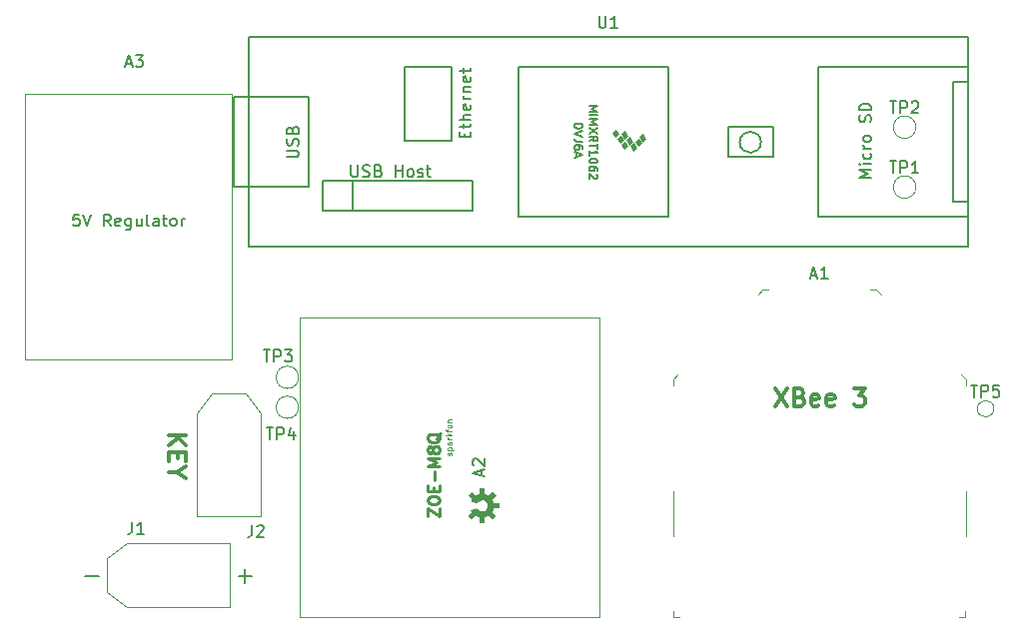
<source format=gto>
%TF.GenerationSoftware,KiCad,Pcbnew,(5.1.9)-1*%
%TF.CreationDate,2021-12-11T14:55:59-08:00*%
%TF.ProjectId,GPS_Board,4750535f-426f-4617-9264-2e6b69636164,rev?*%
%TF.SameCoordinates,Original*%
%TF.FileFunction,Legend,Top*%
%TF.FilePolarity,Positive*%
%FSLAX46Y46*%
G04 Gerber Fmt 4.6, Leading zero omitted, Abs format (unit mm)*
G04 Created by KiCad (PCBNEW (5.1.9)-1) date 2021-12-11 14:55:59*
%MOMM*%
%LPD*%
G01*
G04 APERTURE LIST*
%ADD10C,0.300000*%
%ADD11C,0.120000*%
%ADD12C,0.100000*%
%ADD13C,0.150000*%
%ADD14C,0.125000*%
%ADD15C,0.250000*%
%ADD16C,1.524000*%
%ADD17C,3.048000*%
%ADD18C,1.700000*%
%ADD19C,1.300000*%
%ADD20C,1.600000*%
%ADD21R,1.300000X1.300000*%
%ADD22R,1.600000X1.600000*%
%ADD23C,1.000000*%
%ADD24C,1.500000*%
%ADD25C,3.800000*%
%ADD26R,3.800000X3.800000*%
G04 APERTURE END LIST*
D10*
X175502571Y-90872571D02*
X176502571Y-92372571D01*
X176502571Y-90872571D02*
X175502571Y-92372571D01*
X177574000Y-91586857D02*
X177788285Y-91658285D01*
X177859714Y-91729714D01*
X177931142Y-91872571D01*
X177931142Y-92086857D01*
X177859714Y-92229714D01*
X177788285Y-92301142D01*
X177645428Y-92372571D01*
X177074000Y-92372571D01*
X177074000Y-90872571D01*
X177574000Y-90872571D01*
X177716857Y-90944000D01*
X177788285Y-91015428D01*
X177859714Y-91158285D01*
X177859714Y-91301142D01*
X177788285Y-91444000D01*
X177716857Y-91515428D01*
X177574000Y-91586857D01*
X177074000Y-91586857D01*
X179145428Y-92301142D02*
X179002571Y-92372571D01*
X178716857Y-92372571D01*
X178574000Y-92301142D01*
X178502571Y-92158285D01*
X178502571Y-91586857D01*
X178574000Y-91444000D01*
X178716857Y-91372571D01*
X179002571Y-91372571D01*
X179145428Y-91444000D01*
X179216857Y-91586857D01*
X179216857Y-91729714D01*
X178502571Y-91872571D01*
X180431142Y-92301142D02*
X180288285Y-92372571D01*
X180002571Y-92372571D01*
X179859714Y-92301142D01*
X179788285Y-92158285D01*
X179788285Y-91586857D01*
X179859714Y-91444000D01*
X180002571Y-91372571D01*
X180288285Y-91372571D01*
X180431142Y-91444000D01*
X180502571Y-91586857D01*
X180502571Y-91729714D01*
X179788285Y-91872571D01*
X182145428Y-90872571D02*
X183074000Y-90872571D01*
X182574000Y-91444000D01*
X182788285Y-91444000D01*
X182931142Y-91515428D01*
X183002571Y-91586857D01*
X183074000Y-91729714D01*
X183074000Y-92086857D01*
X183002571Y-92229714D01*
X182931142Y-92301142D01*
X182788285Y-92372571D01*
X182359714Y-92372571D01*
X182216857Y-92301142D01*
X182145428Y-92229714D01*
X124035428Y-94805714D02*
X125535428Y-94805714D01*
X124035428Y-95662857D02*
X124892571Y-95020000D01*
X125535428Y-95662857D02*
X124678285Y-94805714D01*
X124821142Y-96305714D02*
X124821142Y-96805714D01*
X124035428Y-97020000D02*
X124035428Y-96305714D01*
X125535428Y-96305714D01*
X125535428Y-97020000D01*
X124749714Y-97948571D02*
X124035428Y-97948571D01*
X125535428Y-97448571D02*
X124749714Y-97948571D01*
X125535428Y-98448571D01*
D11*
%TO.C,A2*%
X160528000Y-110236000D02*
X160528000Y-84836000D01*
X135128000Y-110236000D02*
X160528000Y-110236000D01*
X135128000Y-84836000D02*
X135128000Y-110236000D01*
X147828000Y-84836000D02*
X135128000Y-84836000D01*
X160528000Y-84836000D02*
X147828000Y-84836000D01*
D12*
G36*
X149669200Y-101193500D02*
G01*
X149747400Y-101345300D01*
X149440000Y-101722300D01*
X149698500Y-101980800D01*
X150075500Y-101673400D01*
X150390000Y-101803700D01*
X150439200Y-102287600D01*
X150804800Y-102287600D01*
X150854000Y-101803700D01*
X151168500Y-101673400D01*
X151545500Y-101980800D01*
X151804000Y-101722300D01*
X151496600Y-101345300D01*
X151574817Y-101193464D01*
X151626900Y-101030800D01*
X152110800Y-100981600D01*
X152110800Y-100616000D01*
X151626900Y-100566800D01*
X151496600Y-100252300D01*
X151804000Y-99875300D01*
X151545500Y-99616800D01*
X151168500Y-99924200D01*
X150854000Y-99793900D01*
X150804800Y-99310000D01*
X150439200Y-99310000D01*
X150390000Y-99793900D01*
X150075500Y-99924200D01*
X149698500Y-99616800D01*
X149440000Y-99875300D01*
X149747400Y-100252300D01*
X149705153Y-100326579D01*
X149669200Y-100404100D01*
X150188900Y-100619400D01*
X150188900Y-100619401D01*
X150290507Y-100467300D01*
X150622000Y-100330000D01*
X150764321Y-100352161D01*
X150893193Y-100416491D01*
X150996447Y-100516915D01*
X151064333Y-100643951D01*
X151090439Y-100785601D01*
X151072302Y-100928491D01*
X151011633Y-101059126D01*
X150914161Y-101165172D01*
X150789091Y-101236614D01*
X150648234Y-101266706D01*
X150504889Y-101252606D01*
X150372594Y-101195646D01*
X150263841Y-101101205D01*
X150188900Y-100978200D01*
X149669200Y-101193500D01*
G37*
%TO.C,A1*%
X191547000Y-110268000D02*
X191047000Y-110268000D01*
X191547000Y-110268000D02*
X191547000Y-109768000D01*
X166847000Y-110268000D02*
X167347000Y-110268000D01*
X166847000Y-110268000D02*
X166847000Y-109768000D01*
X166797000Y-90068000D02*
X166797000Y-90568000D01*
X166797000Y-90068000D02*
X167197000Y-89668000D01*
X191597000Y-90068000D02*
X191197000Y-89668000D01*
X191597000Y-90068000D02*
X191597000Y-90568000D01*
X174397000Y-82468000D02*
X173997000Y-82868000D01*
X174397000Y-82468000D02*
X174897000Y-82468000D01*
X183997000Y-82468000D02*
X183497000Y-82468000D01*
X183997000Y-82468000D02*
X184397000Y-82868000D01*
X166797000Y-99568000D02*
X166797000Y-103368000D01*
X191597000Y-99568000D02*
X191597000Y-103368000D01*
D13*
%TO.C,U1*%
X174253026Y-69977000D02*
G75*
G03*
X174253026Y-69977000I-898026J0D01*
G01*
X153670000Y-63627000D02*
X153670000Y-76327000D01*
X166370000Y-63627000D02*
X153670000Y-63627000D01*
X166370000Y-76327000D02*
X166370000Y-63627000D01*
X153670000Y-76327000D02*
X166370000Y-76327000D01*
X144040000Y-63625400D02*
X144040000Y-63875400D01*
X148040000Y-63625400D02*
X144040000Y-63625400D01*
X148040000Y-69875400D02*
X148040000Y-63625400D01*
X144040000Y-69875400D02*
X148040000Y-69875400D01*
X144040000Y-63875400D02*
X144040000Y-69875400D01*
X139649200Y-73276200D02*
X139649200Y-75816200D01*
X137109200Y-73276200D02*
X139649200Y-73276200D01*
X137109200Y-75816200D02*
X137109200Y-73276200D01*
X149809200Y-75816200D02*
X137109200Y-75816200D01*
X149809200Y-73276200D02*
X149809200Y-75816200D01*
X137109200Y-73276200D02*
X149809200Y-73276200D01*
X171450000Y-68707000D02*
X175260000Y-68707000D01*
X171450000Y-71247000D02*
X171450000Y-68707000D01*
X175260000Y-71247000D02*
X171450000Y-71247000D01*
X175260000Y-68707000D02*
X175260000Y-71247000D01*
X190500000Y-75057000D02*
X191770000Y-75057000D01*
X190500000Y-64897000D02*
X190500000Y-75057000D01*
X191770000Y-64897000D02*
X190500000Y-64897000D01*
X179070000Y-76327000D02*
X191770000Y-76327000D01*
X179070000Y-63627000D02*
X179070000Y-76327000D01*
X191770000Y-63627000D02*
X179070000Y-63627000D01*
X130810000Y-73787000D02*
X129540000Y-73787000D01*
X129540000Y-73787000D02*
X129540000Y-66167000D01*
X129540000Y-66167000D02*
X130810000Y-66167000D01*
X135890000Y-73787000D02*
X135890000Y-66167000D01*
X135890000Y-66167000D02*
X130810000Y-66167000D01*
X135890000Y-73787000D02*
X130810000Y-73787000D01*
X130810000Y-61087000D02*
X191770000Y-61087000D01*
X191770000Y-61087000D02*
X191770000Y-78867000D01*
X191770000Y-78867000D02*
X130810000Y-78867000D01*
X130810000Y-78867000D02*
X130810000Y-61087000D01*
D12*
G36*
X163725000Y-70432000D02*
G01*
X163471000Y-70686000D01*
X163217000Y-70305000D01*
X163471000Y-70051000D01*
X163725000Y-70432000D01*
G37*
X163725000Y-70432000D02*
X163471000Y-70686000D01*
X163217000Y-70305000D01*
X163471000Y-70051000D01*
X163725000Y-70432000D01*
G36*
X163344000Y-69924000D02*
G01*
X163090000Y-70178000D01*
X162836000Y-69797000D01*
X163090000Y-69543000D01*
X163344000Y-69924000D01*
G37*
X163344000Y-69924000D02*
X163090000Y-70178000D01*
X162836000Y-69797000D01*
X163090000Y-69543000D01*
X163344000Y-69924000D01*
G36*
X162963000Y-69416000D02*
G01*
X162709000Y-69670000D01*
X162455000Y-69289000D01*
X162709000Y-69035000D01*
X162963000Y-69416000D01*
G37*
X162963000Y-69416000D02*
X162709000Y-69670000D01*
X162455000Y-69289000D01*
X162709000Y-69035000D01*
X162963000Y-69416000D01*
G36*
X162963000Y-70305000D02*
G01*
X162709000Y-70559000D01*
X162455000Y-70178000D01*
X162709000Y-69924000D01*
X162963000Y-70305000D01*
G37*
X162963000Y-70305000D02*
X162709000Y-70559000D01*
X162455000Y-70178000D01*
X162709000Y-69924000D01*
X162963000Y-70305000D01*
G36*
X162582000Y-69797000D02*
G01*
X162328000Y-70051000D01*
X162074000Y-69670000D01*
X162328000Y-69416000D01*
X162582000Y-69797000D01*
G37*
X162582000Y-69797000D02*
X162328000Y-70051000D01*
X162074000Y-69670000D01*
X162328000Y-69416000D01*
X162582000Y-69797000D01*
G36*
X162201000Y-69289000D02*
G01*
X161947000Y-69543000D01*
X161693000Y-69162000D01*
X161947000Y-68908000D01*
X162201000Y-69289000D01*
G37*
X162201000Y-69289000D02*
X161947000Y-69543000D01*
X161693000Y-69162000D01*
X161947000Y-68908000D01*
X162201000Y-69289000D01*
G36*
X164106000Y-70051000D02*
G01*
X163852000Y-70305000D01*
X163598000Y-69924000D01*
X163852000Y-69670000D01*
X164106000Y-70051000D01*
G37*
X164106000Y-70051000D02*
X163852000Y-70305000D01*
X163598000Y-69924000D01*
X163852000Y-69670000D01*
X164106000Y-70051000D01*
G36*
X164487000Y-69670000D02*
G01*
X164233000Y-69924000D01*
X163979000Y-69543000D01*
X164233000Y-69289000D01*
X164487000Y-69670000D01*
G37*
X164487000Y-69670000D02*
X164233000Y-69924000D01*
X163979000Y-69543000D01*
X164233000Y-69289000D01*
X164487000Y-69670000D01*
D11*
%TO.C,TP5*%
X193994000Y-92583000D02*
G75*
G03*
X193994000Y-92583000I-700000J0D01*
G01*
%TO.C,TP4*%
X135062000Y-92456000D02*
G75*
G03*
X135062000Y-92456000I-950000J0D01*
G01*
%TO.C,TP3*%
X135062000Y-89916000D02*
G75*
G03*
X135062000Y-89916000I-950000J0D01*
G01*
%TO.C,TP2*%
X187386000Y-68707000D02*
G75*
G03*
X187386000Y-68707000I-950000J0D01*
G01*
%TO.C,TP1*%
X187386000Y-73787000D02*
G75*
G03*
X187386000Y-73787000I-950000J0D01*
G01*
%TO.C,J2*%
X130569000Y-91270000D02*
X127749000Y-91270000D01*
X127749000Y-91270000D02*
X126449000Y-92970000D01*
X130569000Y-91270000D02*
X131869000Y-92970000D01*
X126449000Y-92970000D02*
X126449000Y-101690000D01*
X131869000Y-101690000D02*
X126449000Y-101690000D01*
X131869000Y-92970000D02*
X131869000Y-101690000D01*
%TO.C,J1*%
X118829000Y-105270000D02*
X118829000Y-108090000D01*
X118829000Y-108090000D02*
X120529000Y-109390000D01*
X118829000Y-105270000D02*
X120529000Y-103970000D01*
X120529000Y-109390000D02*
X129249000Y-109390000D01*
X129249000Y-103970000D02*
X129249000Y-109390000D01*
X120529000Y-103970000D02*
X129249000Y-103970000D01*
%TO.C,A3*%
X111891000Y-88388000D02*
X111891000Y-65888000D01*
X111891000Y-65888000D02*
X129391000Y-65888000D01*
X129391000Y-65888000D02*
X129391000Y-88388000D01*
X129391000Y-88388000D02*
X111891000Y-88388000D01*
%TO.C,A2*%
D13*
X150534666Y-98250285D02*
X150534666Y-97774095D01*
X150820380Y-98345523D02*
X149820380Y-98012190D01*
X150820380Y-97678857D01*
X149915619Y-97393142D02*
X149868000Y-97345523D01*
X149820380Y-97250285D01*
X149820380Y-97012190D01*
X149868000Y-96916952D01*
X149915619Y-96869333D01*
X150010857Y-96821714D01*
X150106095Y-96821714D01*
X150248952Y-96869333D01*
X150820380Y-97440761D01*
X150820380Y-96821714D01*
D14*
X148030380Y-96507904D02*
X148054190Y-96460285D01*
X148054190Y-96365047D01*
X148030380Y-96317428D01*
X147982761Y-96293619D01*
X147958952Y-96293619D01*
X147911333Y-96317428D01*
X147887523Y-96365047D01*
X147887523Y-96436476D01*
X147863714Y-96484095D01*
X147816095Y-96507904D01*
X147792285Y-96507904D01*
X147744666Y-96484095D01*
X147720857Y-96436476D01*
X147720857Y-96365047D01*
X147744666Y-96317428D01*
X147720857Y-96079333D02*
X148220857Y-96079333D01*
X147744666Y-96079333D02*
X147720857Y-96031714D01*
X147720857Y-95936476D01*
X147744666Y-95888857D01*
X147768476Y-95865047D01*
X147816095Y-95841238D01*
X147958952Y-95841238D01*
X148006571Y-95865047D01*
X148030380Y-95888857D01*
X148054190Y-95936476D01*
X148054190Y-96031714D01*
X148030380Y-96079333D01*
X148054190Y-95412666D02*
X147792285Y-95412666D01*
X147744666Y-95436476D01*
X147720857Y-95484095D01*
X147720857Y-95579333D01*
X147744666Y-95626952D01*
X148030380Y-95412666D02*
X148054190Y-95460285D01*
X148054190Y-95579333D01*
X148030380Y-95626952D01*
X147982761Y-95650761D01*
X147935142Y-95650761D01*
X147887523Y-95626952D01*
X147863714Y-95579333D01*
X147863714Y-95460285D01*
X147839904Y-95412666D01*
X148054190Y-95174571D02*
X147720857Y-95174571D01*
X147816095Y-95174571D02*
X147768476Y-95150761D01*
X147744666Y-95126952D01*
X147720857Y-95079333D01*
X147720857Y-95031714D01*
X148054190Y-94865047D02*
X147554190Y-94865047D01*
X147863714Y-94817428D02*
X148054190Y-94674571D01*
X147720857Y-94674571D02*
X147911333Y-94865047D01*
X147720857Y-94531714D02*
X147720857Y-94341238D01*
X148054190Y-94460285D02*
X147625619Y-94460285D01*
X147578000Y-94436476D01*
X147554190Y-94388857D01*
X147554190Y-94341238D01*
X147720857Y-93960285D02*
X148054190Y-93960285D01*
X147720857Y-94174571D02*
X147982761Y-94174571D01*
X148030380Y-94150761D01*
X148054190Y-94103142D01*
X148054190Y-94031714D01*
X148030380Y-93984095D01*
X148006571Y-93960285D01*
X147720857Y-93722190D02*
X148054190Y-93722190D01*
X147768476Y-93722190D02*
X147744666Y-93698380D01*
X147720857Y-93650761D01*
X147720857Y-93579333D01*
X147744666Y-93531714D01*
X147792285Y-93507904D01*
X148054190Y-93507904D01*
D15*
X146010380Y-101671000D02*
X146010380Y-101004333D01*
X147010380Y-101671000D01*
X147010380Y-101004333D01*
X146010380Y-100432904D02*
X146010380Y-100242428D01*
X146058000Y-100147190D01*
X146153238Y-100051952D01*
X146343714Y-100004333D01*
X146677047Y-100004333D01*
X146867523Y-100051952D01*
X146962761Y-100147190D01*
X147010380Y-100242428D01*
X147010380Y-100432904D01*
X146962761Y-100528142D01*
X146867523Y-100623380D01*
X146677047Y-100671000D01*
X146343714Y-100671000D01*
X146153238Y-100623380D01*
X146058000Y-100528142D01*
X146010380Y-100432904D01*
X146486571Y-99575761D02*
X146486571Y-99242428D01*
X147010380Y-99099571D02*
X147010380Y-99575761D01*
X146010380Y-99575761D01*
X146010380Y-99099571D01*
X146629428Y-98671000D02*
X146629428Y-97909095D01*
X147010380Y-97432904D02*
X146010380Y-97432904D01*
X146724666Y-97099571D01*
X146010380Y-96766238D01*
X147010380Y-96766238D01*
X146438952Y-96147190D02*
X146391333Y-96242428D01*
X146343714Y-96290047D01*
X146248476Y-96337666D01*
X146200857Y-96337666D01*
X146105619Y-96290047D01*
X146058000Y-96242428D01*
X146010380Y-96147190D01*
X146010380Y-95956714D01*
X146058000Y-95861476D01*
X146105619Y-95813857D01*
X146200857Y-95766238D01*
X146248476Y-95766238D01*
X146343714Y-95813857D01*
X146391333Y-95861476D01*
X146438952Y-95956714D01*
X146438952Y-96147190D01*
X146486571Y-96242428D01*
X146534190Y-96290047D01*
X146629428Y-96337666D01*
X146819904Y-96337666D01*
X146915142Y-96290047D01*
X146962761Y-96242428D01*
X147010380Y-96147190D01*
X147010380Y-95956714D01*
X146962761Y-95861476D01*
X146915142Y-95813857D01*
X146819904Y-95766238D01*
X146629428Y-95766238D01*
X146534190Y-95813857D01*
X146486571Y-95861476D01*
X146438952Y-95956714D01*
X147105619Y-94671000D02*
X147058000Y-94766238D01*
X146962761Y-94861476D01*
X146819904Y-95004333D01*
X146772285Y-95099571D01*
X146772285Y-95194809D01*
X147010380Y-95147190D02*
X146962761Y-95242428D01*
X146867523Y-95337666D01*
X146677047Y-95385285D01*
X146343714Y-95385285D01*
X146153238Y-95337666D01*
X146058000Y-95242428D01*
X146010380Y-95147190D01*
X146010380Y-94956714D01*
X146058000Y-94861476D01*
X146153238Y-94766238D01*
X146343714Y-94718619D01*
X146677047Y-94718619D01*
X146867523Y-94766238D01*
X146962761Y-94861476D01*
X147010380Y-94956714D01*
X147010380Y-95147190D01*
%TO.C,A1*%
D13*
X178482714Y-81244666D02*
X178958904Y-81244666D01*
X178387476Y-81530380D02*
X178720809Y-80530380D01*
X179054142Y-81530380D01*
X179911285Y-81530380D02*
X179339857Y-81530380D01*
X179625571Y-81530380D02*
X179625571Y-80530380D01*
X179530333Y-80673238D01*
X179435095Y-80768476D01*
X179339857Y-80816095D01*
%TO.C,U1*%
X160528095Y-59269380D02*
X160528095Y-60078904D01*
X160575714Y-60174142D01*
X160623333Y-60221761D01*
X160718571Y-60269380D01*
X160909047Y-60269380D01*
X161004285Y-60221761D01*
X161051904Y-60174142D01*
X161099523Y-60078904D01*
X161099523Y-59269380D01*
X162099523Y-60269380D02*
X161528095Y-60269380D01*
X161813809Y-60269380D02*
X161813809Y-59269380D01*
X161718571Y-59412238D01*
X161623333Y-59507476D01*
X161528095Y-59555095D01*
X139514676Y-71918580D02*
X139514676Y-72728104D01*
X139562295Y-72823342D01*
X139609914Y-72870961D01*
X139705152Y-72918580D01*
X139895628Y-72918580D01*
X139990866Y-72870961D01*
X140038485Y-72823342D01*
X140086104Y-72728104D01*
X140086104Y-71918580D01*
X140514676Y-72870961D02*
X140657533Y-72918580D01*
X140895628Y-72918580D01*
X140990866Y-72870961D01*
X141038485Y-72823342D01*
X141086104Y-72728104D01*
X141086104Y-72632866D01*
X141038485Y-72537628D01*
X140990866Y-72490009D01*
X140895628Y-72442390D01*
X140705152Y-72394771D01*
X140609914Y-72347152D01*
X140562295Y-72299533D01*
X140514676Y-72204295D01*
X140514676Y-72109057D01*
X140562295Y-72013819D01*
X140609914Y-71966200D01*
X140705152Y-71918580D01*
X140943247Y-71918580D01*
X141086104Y-71966200D01*
X141848009Y-72394771D02*
X141990866Y-72442390D01*
X142038485Y-72490009D01*
X142086104Y-72585247D01*
X142086104Y-72728104D01*
X142038485Y-72823342D01*
X141990866Y-72870961D01*
X141895628Y-72918580D01*
X141514676Y-72918580D01*
X141514676Y-71918580D01*
X141848009Y-71918580D01*
X141943247Y-71966200D01*
X141990866Y-72013819D01*
X142038485Y-72109057D01*
X142038485Y-72204295D01*
X141990866Y-72299533D01*
X141943247Y-72347152D01*
X141848009Y-72394771D01*
X141514676Y-72394771D01*
X143276580Y-72918580D02*
X143276580Y-71918580D01*
X143276580Y-72394771D02*
X143848009Y-72394771D01*
X143848009Y-72918580D02*
X143848009Y-71918580D01*
X144467057Y-72918580D02*
X144371819Y-72870961D01*
X144324200Y-72823342D01*
X144276580Y-72728104D01*
X144276580Y-72442390D01*
X144324200Y-72347152D01*
X144371819Y-72299533D01*
X144467057Y-72251914D01*
X144609914Y-72251914D01*
X144705152Y-72299533D01*
X144752771Y-72347152D01*
X144800390Y-72442390D01*
X144800390Y-72728104D01*
X144752771Y-72823342D01*
X144705152Y-72870961D01*
X144609914Y-72918580D01*
X144467057Y-72918580D01*
X145181342Y-72870961D02*
X145276580Y-72918580D01*
X145467057Y-72918580D01*
X145562295Y-72870961D01*
X145609914Y-72775723D01*
X145609914Y-72728104D01*
X145562295Y-72632866D01*
X145467057Y-72585247D01*
X145324200Y-72585247D01*
X145228961Y-72537628D01*
X145181342Y-72442390D01*
X145181342Y-72394771D01*
X145228961Y-72299533D01*
X145324200Y-72251914D01*
X145467057Y-72251914D01*
X145562295Y-72299533D01*
X145895628Y-72251914D02*
X146276580Y-72251914D01*
X146038485Y-71918580D02*
X146038485Y-72775723D01*
X146086104Y-72870961D01*
X146181342Y-72918580D01*
X146276580Y-72918580D01*
X149153571Y-69557542D02*
X149153571Y-69224209D01*
X149677380Y-69081352D02*
X149677380Y-69557542D01*
X148677380Y-69557542D01*
X148677380Y-69081352D01*
X149010714Y-68795638D02*
X149010714Y-68414685D01*
X148677380Y-68652780D02*
X149534523Y-68652780D01*
X149629761Y-68605161D01*
X149677380Y-68509923D01*
X149677380Y-68414685D01*
X149677380Y-68081352D02*
X148677380Y-68081352D01*
X149677380Y-67652780D02*
X149153571Y-67652780D01*
X149058333Y-67700400D01*
X149010714Y-67795638D01*
X149010714Y-67938495D01*
X149058333Y-68033733D01*
X149105952Y-68081352D01*
X149629761Y-66795638D02*
X149677380Y-66890876D01*
X149677380Y-67081352D01*
X149629761Y-67176590D01*
X149534523Y-67224209D01*
X149153571Y-67224209D01*
X149058333Y-67176590D01*
X149010714Y-67081352D01*
X149010714Y-66890876D01*
X149058333Y-66795638D01*
X149153571Y-66748019D01*
X149248809Y-66748019D01*
X149344047Y-67224209D01*
X149677380Y-66319447D02*
X149010714Y-66319447D01*
X149201190Y-66319447D02*
X149105952Y-66271828D01*
X149058333Y-66224209D01*
X149010714Y-66128971D01*
X149010714Y-66033733D01*
X149010714Y-65700400D02*
X149677380Y-65700400D01*
X149105952Y-65700400D02*
X149058333Y-65652780D01*
X149010714Y-65557542D01*
X149010714Y-65414685D01*
X149058333Y-65319447D01*
X149153571Y-65271828D01*
X149677380Y-65271828D01*
X149629761Y-64414685D02*
X149677380Y-64509923D01*
X149677380Y-64700400D01*
X149629761Y-64795638D01*
X149534523Y-64843257D01*
X149153571Y-64843257D01*
X149058333Y-64795638D01*
X149010714Y-64700400D01*
X149010714Y-64509923D01*
X149058333Y-64414685D01*
X149153571Y-64367066D01*
X149248809Y-64367066D01*
X149344047Y-64843257D01*
X149010714Y-64081352D02*
X149010714Y-63700400D01*
X148677380Y-63938495D02*
X149534523Y-63938495D01*
X149629761Y-63890876D01*
X149677380Y-63795638D01*
X149677380Y-63700400D01*
X134072380Y-71238904D02*
X134881904Y-71238904D01*
X134977142Y-71191285D01*
X135024761Y-71143666D01*
X135072380Y-71048428D01*
X135072380Y-70857952D01*
X135024761Y-70762714D01*
X134977142Y-70715095D01*
X134881904Y-70667476D01*
X134072380Y-70667476D01*
X135024761Y-70238904D02*
X135072380Y-70096047D01*
X135072380Y-69857952D01*
X135024761Y-69762714D01*
X134977142Y-69715095D01*
X134881904Y-69667476D01*
X134786666Y-69667476D01*
X134691428Y-69715095D01*
X134643809Y-69762714D01*
X134596190Y-69857952D01*
X134548571Y-70048428D01*
X134500952Y-70143666D01*
X134453333Y-70191285D01*
X134358095Y-70238904D01*
X134262857Y-70238904D01*
X134167619Y-70191285D01*
X134120000Y-70143666D01*
X134072380Y-70048428D01*
X134072380Y-69810333D01*
X134120000Y-69667476D01*
X134548571Y-68905571D02*
X134596190Y-68762714D01*
X134643809Y-68715095D01*
X134739047Y-68667476D01*
X134881904Y-68667476D01*
X134977142Y-68715095D01*
X135024761Y-68762714D01*
X135072380Y-68857952D01*
X135072380Y-69238904D01*
X134072380Y-69238904D01*
X134072380Y-68905571D01*
X134120000Y-68810333D01*
X134167619Y-68762714D01*
X134262857Y-68715095D01*
X134358095Y-68715095D01*
X134453333Y-68762714D01*
X134500952Y-68810333D01*
X134548571Y-68905571D01*
X134548571Y-69238904D01*
X183586380Y-72969047D02*
X182586380Y-72969047D01*
X183300666Y-72635714D01*
X182586380Y-72302380D01*
X183586380Y-72302380D01*
X183586380Y-71826190D02*
X182919714Y-71826190D01*
X182586380Y-71826190D02*
X182634000Y-71873809D01*
X182681619Y-71826190D01*
X182634000Y-71778571D01*
X182586380Y-71826190D01*
X182681619Y-71826190D01*
X183538761Y-70921428D02*
X183586380Y-71016666D01*
X183586380Y-71207142D01*
X183538761Y-71302380D01*
X183491142Y-71350000D01*
X183395904Y-71397619D01*
X183110190Y-71397619D01*
X183014952Y-71350000D01*
X182967333Y-71302380D01*
X182919714Y-71207142D01*
X182919714Y-71016666D01*
X182967333Y-70921428D01*
X183586380Y-70492857D02*
X182919714Y-70492857D01*
X183110190Y-70492857D02*
X183014952Y-70445238D01*
X182967333Y-70397619D01*
X182919714Y-70302380D01*
X182919714Y-70207142D01*
X183586380Y-69730952D02*
X183538761Y-69826190D01*
X183491142Y-69873809D01*
X183395904Y-69921428D01*
X183110190Y-69921428D01*
X183014952Y-69873809D01*
X182967333Y-69826190D01*
X182919714Y-69730952D01*
X182919714Y-69588095D01*
X182967333Y-69492857D01*
X183014952Y-69445238D01*
X183110190Y-69397619D01*
X183395904Y-69397619D01*
X183491142Y-69445238D01*
X183538761Y-69492857D01*
X183586380Y-69588095D01*
X183586380Y-69730952D01*
X183538761Y-68254761D02*
X183586380Y-68111904D01*
X183586380Y-67873809D01*
X183538761Y-67778571D01*
X183491142Y-67730952D01*
X183395904Y-67683333D01*
X183300666Y-67683333D01*
X183205428Y-67730952D01*
X183157809Y-67778571D01*
X183110190Y-67873809D01*
X183062571Y-68064285D01*
X183014952Y-68159523D01*
X182967333Y-68207142D01*
X182872095Y-68254761D01*
X182776857Y-68254761D01*
X182681619Y-68207142D01*
X182634000Y-68159523D01*
X182586380Y-68064285D01*
X182586380Y-67826190D01*
X182634000Y-67683333D01*
X183586380Y-67254761D02*
X182586380Y-67254761D01*
X182586380Y-67016666D01*
X182634000Y-66873809D01*
X182729238Y-66778571D01*
X182824476Y-66730952D01*
X183014952Y-66683333D01*
X183157809Y-66683333D01*
X183348285Y-66730952D01*
X183443523Y-66778571D01*
X183538761Y-66873809D01*
X183586380Y-67016666D01*
X183586380Y-67254761D01*
X159703333Y-66893666D02*
X160403333Y-66893666D01*
X159903333Y-67127000D01*
X160403333Y-67360333D01*
X159703333Y-67360333D01*
X159703333Y-67693666D02*
X160403333Y-67693666D01*
X159703333Y-68027000D02*
X160403333Y-68027000D01*
X159903333Y-68260333D01*
X160403333Y-68493666D01*
X159703333Y-68493666D01*
X160403333Y-68760333D02*
X159703333Y-69227000D01*
X160403333Y-69227000D02*
X159703333Y-68760333D01*
X159703333Y-69893666D02*
X160036666Y-69660333D01*
X159703333Y-69493666D02*
X160403333Y-69493666D01*
X160403333Y-69760333D01*
X160370000Y-69827000D01*
X160336666Y-69860333D01*
X160270000Y-69893666D01*
X160170000Y-69893666D01*
X160103333Y-69860333D01*
X160070000Y-69827000D01*
X160036666Y-69760333D01*
X160036666Y-69493666D01*
X160403333Y-70093666D02*
X160403333Y-70493666D01*
X159703333Y-70293666D02*
X160403333Y-70293666D01*
X159703333Y-71093666D02*
X159703333Y-70693666D01*
X159703333Y-70893666D02*
X160403333Y-70893666D01*
X160303333Y-70827000D01*
X160236666Y-70760333D01*
X160203333Y-70693666D01*
X160403333Y-71527000D02*
X160403333Y-71593666D01*
X160370000Y-71660333D01*
X160336666Y-71693666D01*
X160270000Y-71727000D01*
X160136666Y-71760333D01*
X159970000Y-71760333D01*
X159836666Y-71727000D01*
X159770000Y-71693666D01*
X159736666Y-71660333D01*
X159703333Y-71593666D01*
X159703333Y-71527000D01*
X159736666Y-71460333D01*
X159770000Y-71427000D01*
X159836666Y-71393666D01*
X159970000Y-71360333D01*
X160136666Y-71360333D01*
X160270000Y-71393666D01*
X160336666Y-71427000D01*
X160370000Y-71460333D01*
X160403333Y-71527000D01*
X160403333Y-72360333D02*
X160403333Y-72227000D01*
X160370000Y-72160333D01*
X160336666Y-72127000D01*
X160236666Y-72060333D01*
X160103333Y-72027000D01*
X159836666Y-72027000D01*
X159770000Y-72060333D01*
X159736666Y-72093666D01*
X159703333Y-72160333D01*
X159703333Y-72293666D01*
X159736666Y-72360333D01*
X159770000Y-72393666D01*
X159836666Y-72427000D01*
X160003333Y-72427000D01*
X160070000Y-72393666D01*
X160103333Y-72360333D01*
X160136666Y-72293666D01*
X160136666Y-72160333D01*
X160103333Y-72093666D01*
X160070000Y-72060333D01*
X160003333Y-72027000D01*
X160336666Y-72693666D02*
X160370000Y-72727000D01*
X160403333Y-72793666D01*
X160403333Y-72960333D01*
X160370000Y-73027000D01*
X160336666Y-73060333D01*
X160270000Y-73093666D01*
X160203333Y-73093666D01*
X160103333Y-73060333D01*
X159703333Y-72660333D01*
X159703333Y-73093666D01*
X158433333Y-68413666D02*
X159133333Y-68413666D01*
X159133333Y-68580333D01*
X159100000Y-68680333D01*
X159033333Y-68747000D01*
X158966666Y-68780333D01*
X158833333Y-68813666D01*
X158733333Y-68813666D01*
X158600000Y-68780333D01*
X158533333Y-68747000D01*
X158466666Y-68680333D01*
X158433333Y-68580333D01*
X158433333Y-68413666D01*
X159133333Y-69013666D02*
X158433333Y-69247000D01*
X159133333Y-69480333D01*
X159133333Y-69913666D02*
X158633333Y-69913666D01*
X158533333Y-69880333D01*
X158466666Y-69813666D01*
X158433333Y-69713666D01*
X158433333Y-69647000D01*
X159133333Y-70547000D02*
X159133333Y-70413666D01*
X159100000Y-70347000D01*
X159066666Y-70313666D01*
X158966666Y-70247000D01*
X158833333Y-70213666D01*
X158566666Y-70213666D01*
X158500000Y-70247000D01*
X158466666Y-70280333D01*
X158433333Y-70347000D01*
X158433333Y-70480333D01*
X158466666Y-70547000D01*
X158500000Y-70580333D01*
X158566666Y-70613666D01*
X158733333Y-70613666D01*
X158800000Y-70580333D01*
X158833333Y-70547000D01*
X158866666Y-70480333D01*
X158866666Y-70347000D01*
X158833333Y-70280333D01*
X158800000Y-70247000D01*
X158733333Y-70213666D01*
X158633333Y-70880333D02*
X158633333Y-71213666D01*
X158433333Y-70813666D02*
X159133333Y-71047000D01*
X158433333Y-71280333D01*
%TO.C,TP5*%
X192032095Y-90587380D02*
X192603523Y-90587380D01*
X192317809Y-91587380D02*
X192317809Y-90587380D01*
X192936857Y-91587380D02*
X192936857Y-90587380D01*
X193317809Y-90587380D01*
X193413047Y-90635000D01*
X193460666Y-90682619D01*
X193508285Y-90777857D01*
X193508285Y-90920714D01*
X193460666Y-91015952D01*
X193413047Y-91063571D01*
X193317809Y-91111190D01*
X192936857Y-91111190D01*
X194413047Y-90587380D02*
X193936857Y-90587380D01*
X193889238Y-91063571D01*
X193936857Y-91015952D01*
X194032095Y-90968333D01*
X194270190Y-90968333D01*
X194365428Y-91015952D01*
X194413047Y-91063571D01*
X194460666Y-91158809D01*
X194460666Y-91396904D01*
X194413047Y-91492142D01*
X194365428Y-91539761D01*
X194270190Y-91587380D01*
X194032095Y-91587380D01*
X193936857Y-91539761D01*
X193889238Y-91492142D01*
%TO.C,TP4*%
X132342095Y-94194380D02*
X132913523Y-94194380D01*
X132627809Y-95194380D02*
X132627809Y-94194380D01*
X133246857Y-95194380D02*
X133246857Y-94194380D01*
X133627809Y-94194380D01*
X133723047Y-94242000D01*
X133770666Y-94289619D01*
X133818285Y-94384857D01*
X133818285Y-94527714D01*
X133770666Y-94622952D01*
X133723047Y-94670571D01*
X133627809Y-94718190D01*
X133246857Y-94718190D01*
X134675428Y-94527714D02*
X134675428Y-95194380D01*
X134437333Y-94146761D02*
X134199238Y-94861047D01*
X134818285Y-94861047D01*
%TO.C,TP3*%
X132088095Y-87590380D02*
X132659523Y-87590380D01*
X132373809Y-88590380D02*
X132373809Y-87590380D01*
X132992857Y-88590380D02*
X132992857Y-87590380D01*
X133373809Y-87590380D01*
X133469047Y-87638000D01*
X133516666Y-87685619D01*
X133564285Y-87780857D01*
X133564285Y-87923714D01*
X133516666Y-88018952D01*
X133469047Y-88066571D01*
X133373809Y-88114190D01*
X132992857Y-88114190D01*
X133897619Y-87590380D02*
X134516666Y-87590380D01*
X134183333Y-87971333D01*
X134326190Y-87971333D01*
X134421428Y-88018952D01*
X134469047Y-88066571D01*
X134516666Y-88161809D01*
X134516666Y-88399904D01*
X134469047Y-88495142D01*
X134421428Y-88542761D01*
X134326190Y-88590380D01*
X134040476Y-88590380D01*
X133945238Y-88542761D01*
X133897619Y-88495142D01*
%TO.C,TP2*%
X185174095Y-66511380D02*
X185745523Y-66511380D01*
X185459809Y-67511380D02*
X185459809Y-66511380D01*
X186078857Y-67511380D02*
X186078857Y-66511380D01*
X186459809Y-66511380D01*
X186555047Y-66559000D01*
X186602666Y-66606619D01*
X186650285Y-66701857D01*
X186650285Y-66844714D01*
X186602666Y-66939952D01*
X186555047Y-66987571D01*
X186459809Y-67035190D01*
X186078857Y-67035190D01*
X187031238Y-66606619D02*
X187078857Y-66559000D01*
X187174095Y-66511380D01*
X187412190Y-66511380D01*
X187507428Y-66559000D01*
X187555047Y-66606619D01*
X187602666Y-66701857D01*
X187602666Y-66797095D01*
X187555047Y-66939952D01*
X186983619Y-67511380D01*
X187602666Y-67511380D01*
%TO.C,TP1*%
X185174095Y-71591380D02*
X185745523Y-71591380D01*
X185459809Y-72591380D02*
X185459809Y-71591380D01*
X186078857Y-72591380D02*
X186078857Y-71591380D01*
X186459809Y-71591380D01*
X186555047Y-71639000D01*
X186602666Y-71686619D01*
X186650285Y-71781857D01*
X186650285Y-71924714D01*
X186602666Y-72019952D01*
X186555047Y-72067571D01*
X186459809Y-72115190D01*
X186078857Y-72115190D01*
X187602666Y-72591380D02*
X187031238Y-72591380D01*
X187316952Y-72591380D02*
X187316952Y-71591380D01*
X187221714Y-71734238D01*
X187126476Y-71829476D01*
X187031238Y-71877095D01*
%TO.C,J2*%
X131111666Y-102449380D02*
X131111666Y-103163666D01*
X131064047Y-103306523D01*
X130968809Y-103401761D01*
X130825952Y-103449380D01*
X130730714Y-103449380D01*
X131540238Y-102544619D02*
X131587857Y-102497000D01*
X131683095Y-102449380D01*
X131921190Y-102449380D01*
X132016428Y-102497000D01*
X132064047Y-102544619D01*
X132111666Y-102639857D01*
X132111666Y-102735095D01*
X132064047Y-102877952D01*
X131492619Y-103449380D01*
X132111666Y-103449380D01*
%TO.C,J1*%
X120951666Y-102195380D02*
X120951666Y-102909666D01*
X120904047Y-103052523D01*
X120808809Y-103147761D01*
X120665952Y-103195380D01*
X120570714Y-103195380D01*
X121951666Y-103195380D02*
X121380238Y-103195380D01*
X121665952Y-103195380D02*
X121665952Y-102195380D01*
X121570714Y-102338238D01*
X121475476Y-102433476D01*
X121380238Y-102481095D01*
X116967571Y-106787142D02*
X118110428Y-106787142D01*
X129967571Y-106787142D02*
X131110428Y-106787142D01*
X130539000Y-107358571D02*
X130539000Y-106215714D01*
%TO.C,A3*%
X120426714Y-63304666D02*
X120902904Y-63304666D01*
X120331476Y-63590380D02*
X120664809Y-62590380D01*
X120998142Y-63590380D01*
X121236238Y-62590380D02*
X121855285Y-62590380D01*
X121521952Y-62971333D01*
X121664809Y-62971333D01*
X121760047Y-63018952D01*
X121807666Y-63066571D01*
X121855285Y-63161809D01*
X121855285Y-63399904D01*
X121807666Y-63495142D01*
X121760047Y-63542761D01*
X121664809Y-63590380D01*
X121379095Y-63590380D01*
X121283857Y-63542761D01*
X121236238Y-63495142D01*
X116474333Y-76090380D02*
X115998142Y-76090380D01*
X115950523Y-76566571D01*
X115998142Y-76518952D01*
X116093380Y-76471333D01*
X116331476Y-76471333D01*
X116426714Y-76518952D01*
X116474333Y-76566571D01*
X116521952Y-76661809D01*
X116521952Y-76899904D01*
X116474333Y-76995142D01*
X116426714Y-77042761D01*
X116331476Y-77090380D01*
X116093380Y-77090380D01*
X115998142Y-77042761D01*
X115950523Y-76995142D01*
X116807666Y-76090380D02*
X117141000Y-77090380D01*
X117474333Y-76090380D01*
X119141000Y-77090380D02*
X118807666Y-76614190D01*
X118569571Y-77090380D02*
X118569571Y-76090380D01*
X118950523Y-76090380D01*
X119045761Y-76138000D01*
X119093380Y-76185619D01*
X119141000Y-76280857D01*
X119141000Y-76423714D01*
X119093380Y-76518952D01*
X119045761Y-76566571D01*
X118950523Y-76614190D01*
X118569571Y-76614190D01*
X119950523Y-77042761D02*
X119855285Y-77090380D01*
X119664809Y-77090380D01*
X119569571Y-77042761D01*
X119521952Y-76947523D01*
X119521952Y-76566571D01*
X119569571Y-76471333D01*
X119664809Y-76423714D01*
X119855285Y-76423714D01*
X119950523Y-76471333D01*
X119998142Y-76566571D01*
X119998142Y-76661809D01*
X119521952Y-76757047D01*
X120855285Y-76423714D02*
X120855285Y-77233238D01*
X120807666Y-77328476D01*
X120760047Y-77376095D01*
X120664809Y-77423714D01*
X120521952Y-77423714D01*
X120426714Y-77376095D01*
X120855285Y-77042761D02*
X120760047Y-77090380D01*
X120569571Y-77090380D01*
X120474333Y-77042761D01*
X120426714Y-76995142D01*
X120379095Y-76899904D01*
X120379095Y-76614190D01*
X120426714Y-76518952D01*
X120474333Y-76471333D01*
X120569571Y-76423714D01*
X120760047Y-76423714D01*
X120855285Y-76471333D01*
X121760047Y-76423714D02*
X121760047Y-77090380D01*
X121331476Y-76423714D02*
X121331476Y-76947523D01*
X121379095Y-77042761D01*
X121474333Y-77090380D01*
X121617190Y-77090380D01*
X121712428Y-77042761D01*
X121760047Y-76995142D01*
X122379095Y-77090380D02*
X122283857Y-77042761D01*
X122236238Y-76947523D01*
X122236238Y-76090380D01*
X123188619Y-77090380D02*
X123188619Y-76566571D01*
X123141000Y-76471333D01*
X123045761Y-76423714D01*
X122855285Y-76423714D01*
X122760047Y-76471333D01*
X123188619Y-77042761D02*
X123093380Y-77090380D01*
X122855285Y-77090380D01*
X122760047Y-77042761D01*
X122712428Y-76947523D01*
X122712428Y-76852285D01*
X122760047Y-76757047D01*
X122855285Y-76709428D01*
X123093380Y-76709428D01*
X123188619Y-76661809D01*
X123521952Y-76423714D02*
X123902904Y-76423714D01*
X123664809Y-76090380D02*
X123664809Y-76947523D01*
X123712428Y-77042761D01*
X123807666Y-77090380D01*
X123902904Y-77090380D01*
X124379095Y-77090380D02*
X124283857Y-77042761D01*
X124236238Y-76995142D01*
X124188619Y-76899904D01*
X124188619Y-76614190D01*
X124236238Y-76518952D01*
X124283857Y-76471333D01*
X124379095Y-76423714D01*
X124521952Y-76423714D01*
X124617190Y-76471333D01*
X124664809Y-76518952D01*
X124712428Y-76614190D01*
X124712428Y-76899904D01*
X124664809Y-76995142D01*
X124617190Y-77042761D01*
X124521952Y-77090380D01*
X124379095Y-77090380D01*
X125141000Y-77090380D02*
X125141000Y-76423714D01*
X125141000Y-76614190D02*
X125188619Y-76518952D01*
X125236238Y-76471333D01*
X125331476Y-76423714D01*
X125426714Y-76423714D01*
%TD*%
%LPC*%
D16*
%TO.C,A2*%
X136398000Y-102616000D03*
X136398000Y-100076000D03*
X136398000Y-97536000D03*
X136398000Y-105156000D03*
X136398000Y-89916000D03*
X136398000Y-87376000D03*
X136398000Y-92456000D03*
X136398000Y-94996000D03*
X159258000Y-100076000D03*
X159258000Y-97536000D03*
X159258000Y-94996000D03*
X159258000Y-92456000D03*
D17*
X157988000Y-87376000D03*
X157988000Y-107696000D03*
%TD*%
D18*
%TO.C,A1*%
X190197000Y-90568000D03*
X190197000Y-92568000D03*
X190197000Y-94568000D03*
X190197000Y-96568000D03*
X190197000Y-98568000D03*
X190197000Y-100568000D03*
X190197000Y-102568000D03*
X190197000Y-104568000D03*
X190197000Y-106568000D03*
X190197000Y-108568000D03*
X168197000Y-108568000D03*
X168197000Y-106568000D03*
X168197000Y-104568000D03*
X168197000Y-102568000D03*
X168197000Y-100568000D03*
X168197000Y-98568000D03*
X168197000Y-96568000D03*
X168197000Y-94568000D03*
X168197000Y-92568000D03*
X168197000Y-90568000D03*
%TD*%
D19*
%TO.C,U1*%
X132810000Y-68707000D03*
X132810000Y-71247000D03*
D20*
X177800000Y-64897000D03*
X177800000Y-67437000D03*
X177800000Y-69977000D03*
X177800000Y-72517000D03*
X177800000Y-75057000D03*
D19*
X145050000Y-68795400D03*
X147050000Y-68795400D03*
X147050000Y-66795400D03*
X145050000Y-66795400D03*
X147050000Y-64795400D03*
D21*
X145050000Y-64795400D03*
D20*
X172720000Y-77597000D03*
X175260000Y-77597000D03*
X177800000Y-77597000D03*
X180340000Y-77597000D03*
X170180000Y-77597000D03*
X167640000Y-77597000D03*
X165100000Y-77597000D03*
X182880000Y-77597000D03*
X185420000Y-77597000D03*
X187960000Y-77597000D03*
X190500000Y-77597000D03*
X190500000Y-62357000D03*
X187960000Y-62357000D03*
X185420000Y-62357000D03*
X182880000Y-62357000D03*
X180340000Y-62357000D03*
X177800000Y-62357000D03*
X175260000Y-62357000D03*
X172720000Y-62357000D03*
X170180000Y-62357000D03*
X167640000Y-62357000D03*
X162560000Y-77597000D03*
X160020000Y-77597000D03*
X157480000Y-77597000D03*
X154940000Y-77597000D03*
X152400000Y-77597000D03*
X149860000Y-77597000D03*
X147320000Y-77597000D03*
X144780000Y-77597000D03*
X142240000Y-77597000D03*
X139700000Y-77597000D03*
X137160000Y-77597000D03*
X134620000Y-77597000D03*
D22*
X132080000Y-77597000D03*
D20*
X165100000Y-62357000D03*
X162560000Y-62357000D03*
X160020000Y-62357000D03*
X157480000Y-62357000D03*
X154940000Y-62357000D03*
X152400000Y-62357000D03*
X149860000Y-62357000D03*
X147320000Y-62357000D03*
X144780000Y-62357000D03*
X142240000Y-62357000D03*
X139700000Y-62357000D03*
X137160000Y-62357000D03*
X134620000Y-62357000D03*
X132080000Y-62357000D03*
D22*
X138379200Y-74546200D03*
D20*
X140919200Y-74546200D03*
X143459200Y-74546200D03*
X145999200Y-74546200D03*
X148539200Y-74546200D03*
X134620000Y-64897000D03*
%TD*%
D23*
%TO.C,TP5*%
X193294000Y-92583000D03*
%TD*%
D24*
%TO.C,TP4*%
X134112000Y-92456000D03*
%TD*%
%TO.C,TP3*%
X134112000Y-89916000D03*
%TD*%
%TO.C,TP2*%
X186436000Y-68707000D03*
%TD*%
%TO.C,TP1*%
X186436000Y-73787000D03*
%TD*%
D25*
%TO.C,J2*%
X129159000Y-98980000D03*
D26*
X129159000Y-93980000D03*
%TD*%
D25*
%TO.C,J1*%
X126539000Y-106680000D03*
D26*
X121539000Y-106680000D03*
%TD*%
D16*
%TO.C,A3*%
X113141000Y-67138000D03*
X115681000Y-67138000D03*
X115681000Y-87138000D03*
X113141000Y-87138000D03*
X125601000Y-87138000D03*
X128141000Y-87138000D03*
X125601000Y-67138000D03*
X128141000Y-67138000D03*
%TD*%
M02*

</source>
